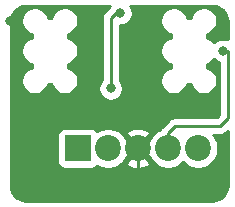
<source format=gbr>
%TF.GenerationSoftware,KiCad,Pcbnew,(5.1.10-1-10_14)*%
%TF.CreationDate,2022-04-02T19:32:47-06:00*%
%TF.ProjectId,RPiG3iMacJ20,52506947-3369-44d6-9163-4a32302e6b69,rev?*%
%TF.SameCoordinates,Original*%
%TF.FileFunction,Copper,L2,Bot*%
%TF.FilePolarity,Positive*%
%FSLAX46Y46*%
G04 Gerber Fmt 4.6, Leading zero omitted, Abs format (unit mm)*
G04 Created by KiCad (PCBNEW (5.1.10-1-10_14)) date 2022-04-02 19:32:47*
%MOMM*%
%LPD*%
G01*
G04 APERTURE LIST*
%TA.AperFunction,ComponentPad*%
%ADD10R,2.200000X2.200000*%
%TD*%
%TA.AperFunction,ComponentPad*%
%ADD11C,2.200000*%
%TD*%
%TA.AperFunction,ViaPad*%
%ADD12C,0.800000*%
%TD*%
%TA.AperFunction,Conductor*%
%ADD13C,0.250000*%
%TD*%
%TA.AperFunction,Conductor*%
%ADD14C,0.254000*%
%TD*%
%TA.AperFunction,Conductor*%
%ADD15C,0.100000*%
%TD*%
G04 APERTURE END LIST*
D10*
%TO.P,J3,1*%
%TO.N,Net-(J2-Pad3)*%
X126365000Y-95885000D03*
D11*
%TO.P,J3,2*%
%TO.N,Net-(J2-Pad5)*%
X128905000Y-95885000D03*
%TO.P,J3,3*%
%TO.N,GND*%
X131445000Y-95885000D03*
%TO.P,J3,4*%
%TO.N,Net-(D2-Pad2)*%
X133985000Y-95885000D03*
%TO.P,J3,5*%
%TO.N,Net-(D3-Pad2)*%
X136525000Y-95885000D03*
%TD*%
D12*
%TO.N,GND*%
X120650000Y-85090000D03*
X130800000Y-90805000D03*
X123380000Y-94615000D03*
X123380000Y-92710000D03*
%TO.N,Net-(D2-Pad2)*%
X138677000Y-87630000D03*
%TO.N,Net-(JP1-Pad2)*%
X129150000Y-90805000D03*
X129975000Y-84440000D03*
%TD*%
D13*
%TO.N,Net-(D2-Pad2)*%
X133985000Y-94615000D02*
X133985000Y-95885000D01*
X134620000Y-93980000D02*
X133985000Y-94615000D01*
%TO.N,GND*%
X121285000Y-98425000D02*
X130810000Y-98425000D01*
X131445000Y-97790000D02*
X131445000Y-95885000D01*
X130810000Y-98425000D02*
X131445000Y-97790000D01*
X121285000Y-85090000D02*
X120650000Y-85090000D01*
X121285000Y-98425000D02*
X123825000Y-98425000D01*
X121285000Y-85090000D02*
X121285000Y-91440000D01*
X121285000Y-91440000D02*
X123825000Y-93980000D01*
X130800000Y-92065000D02*
X130800000Y-90805000D01*
X125095000Y-92710000D02*
X130175000Y-92710000D01*
X130175000Y-92710000D02*
X130810000Y-92075000D01*
X123825000Y-93980000D02*
X125095000Y-92710000D01*
X130810000Y-92075000D02*
X130800000Y-92065000D01*
X123825000Y-94615000D02*
X123380000Y-94615000D01*
X123825000Y-98425000D02*
X123825000Y-94615000D01*
X123825000Y-94615000D02*
X123825000Y-93980000D01*
X125095000Y-92710000D02*
X123380000Y-92710000D01*
%TO.N,Net-(D2-Pad2)*%
X134620000Y-93980000D02*
X138430000Y-93980000D01*
X138430000Y-93980000D02*
X139065000Y-93345000D01*
X139065000Y-93345000D02*
X139065000Y-87630000D01*
X139065000Y-87630000D02*
X138677000Y-87630000D01*
%TO.N,Net-(JP1-Pad2)*%
X129555000Y-84440000D02*
X129975000Y-84440000D01*
X129150000Y-84845000D02*
X129555000Y-84440000D01*
X129150000Y-90805000D02*
X129150000Y-84845000D01*
%TD*%
D14*
%TO.N,GND*%
X129014999Y-83899999D02*
X128991200Y-83928998D01*
X128638998Y-84281201D01*
X128610000Y-84304999D01*
X128586202Y-84333997D01*
X128586201Y-84333998D01*
X128515026Y-84420724D01*
X128444454Y-84552754D01*
X128423737Y-84621052D01*
X128400998Y-84696014D01*
X128393466Y-84772483D01*
X128386324Y-84845000D01*
X128390001Y-84882332D01*
X128390000Y-90101289D01*
X128346063Y-90145226D01*
X128232795Y-90314744D01*
X128154774Y-90503102D01*
X128115000Y-90703061D01*
X128115000Y-90906939D01*
X128154774Y-91106898D01*
X128232795Y-91295256D01*
X128346063Y-91464774D01*
X128490226Y-91608937D01*
X128659744Y-91722205D01*
X128848102Y-91800226D01*
X129048061Y-91840000D01*
X129251939Y-91840000D01*
X129451898Y-91800226D01*
X129640256Y-91722205D01*
X129809774Y-91608937D01*
X129953937Y-91464774D01*
X130067205Y-91295256D01*
X130145226Y-91106898D01*
X130185000Y-90906939D01*
X130185000Y-90703061D01*
X130145226Y-90503102D01*
X130067205Y-90314744D01*
X129953937Y-90145226D01*
X129910000Y-90101289D01*
X129910000Y-85475000D01*
X130076939Y-85475000D01*
X130276898Y-85435226D01*
X130465256Y-85357205D01*
X130634774Y-85243937D01*
X130778937Y-85099774D01*
X130892205Y-84930256D01*
X130970226Y-84741898D01*
X131010000Y-84541939D01*
X131010000Y-84338061D01*
X130970226Y-84138102D01*
X130892205Y-83949744D01*
X130822217Y-83845000D01*
X137762723Y-83845000D01*
X138036204Y-83871815D01*
X138268226Y-83941867D01*
X138482222Y-84055650D01*
X138670041Y-84208832D01*
X138824530Y-84395577D01*
X138939801Y-84608769D01*
X139011472Y-84840300D01*
X139040000Y-85111725D01*
X139040000Y-86660084D01*
X138978898Y-86634774D01*
X138778939Y-86595000D01*
X138575061Y-86595000D01*
X138375102Y-86634774D01*
X138186744Y-86712795D01*
X138017226Y-86826063D01*
X137933110Y-86910179D01*
X137926379Y-86900105D01*
X137766895Y-86740621D01*
X137579361Y-86615314D01*
X137370984Y-86529002D01*
X137301216Y-86515124D01*
X137302000Y-86511184D01*
X137302000Y-86208816D01*
X137301216Y-86204876D01*
X137370984Y-86190998D01*
X137579361Y-86104686D01*
X137766895Y-85979379D01*
X137926379Y-85819895D01*
X138051686Y-85632361D01*
X138137998Y-85423984D01*
X138182000Y-85202773D01*
X138182000Y-84977227D01*
X138137998Y-84756016D01*
X138051686Y-84547639D01*
X137926379Y-84360105D01*
X137766895Y-84200621D01*
X137579361Y-84075314D01*
X137370984Y-83989002D01*
X137149773Y-83945000D01*
X136924227Y-83945000D01*
X136703016Y-83989002D01*
X136494639Y-84075314D01*
X136307105Y-84200621D01*
X136147621Y-84360105D01*
X136022314Y-84547639D01*
X135936002Y-84756016D01*
X135922124Y-84825784D01*
X135918184Y-84825000D01*
X135615816Y-84825000D01*
X135611876Y-84825784D01*
X135597998Y-84756016D01*
X135511686Y-84547639D01*
X135386379Y-84360105D01*
X135226895Y-84200621D01*
X135039361Y-84075314D01*
X134830984Y-83989002D01*
X134609773Y-83945000D01*
X134384227Y-83945000D01*
X134163016Y-83989002D01*
X133954639Y-84075314D01*
X133767105Y-84200621D01*
X133607621Y-84360105D01*
X133482314Y-84547639D01*
X133396002Y-84756016D01*
X133352000Y-84977227D01*
X133352000Y-85202773D01*
X133396002Y-85423984D01*
X133482314Y-85632361D01*
X133607621Y-85819895D01*
X133767105Y-85979379D01*
X133954639Y-86104686D01*
X134163016Y-86190998D01*
X134232784Y-86204876D01*
X134232000Y-86208816D01*
X134232000Y-86511184D01*
X134232784Y-86515124D01*
X134163016Y-86529002D01*
X133954639Y-86615314D01*
X133767105Y-86740621D01*
X133607621Y-86900105D01*
X133482314Y-87087639D01*
X133396002Y-87296016D01*
X133352000Y-87517227D01*
X133352000Y-87742773D01*
X133396002Y-87963984D01*
X133482314Y-88172361D01*
X133607621Y-88359895D01*
X133767105Y-88519379D01*
X133954639Y-88644686D01*
X134163016Y-88730998D01*
X134232784Y-88744876D01*
X134232000Y-88748816D01*
X134232000Y-89051184D01*
X134232784Y-89055124D01*
X134163016Y-89069002D01*
X133954639Y-89155314D01*
X133767105Y-89280621D01*
X133607621Y-89440105D01*
X133482314Y-89627639D01*
X133396002Y-89836016D01*
X133352000Y-90057227D01*
X133352000Y-90282773D01*
X133396002Y-90503984D01*
X133482314Y-90712361D01*
X133607621Y-90899895D01*
X133767105Y-91059379D01*
X133954639Y-91184686D01*
X134163016Y-91270998D01*
X134384227Y-91315000D01*
X134609773Y-91315000D01*
X134830984Y-91270998D01*
X135039361Y-91184686D01*
X135226895Y-91059379D01*
X135386379Y-90899895D01*
X135511686Y-90712361D01*
X135597998Y-90503984D01*
X135611876Y-90434216D01*
X135615816Y-90435000D01*
X135918184Y-90435000D01*
X135922124Y-90434216D01*
X135936002Y-90503984D01*
X136022314Y-90712361D01*
X136147621Y-90899895D01*
X136307105Y-91059379D01*
X136494639Y-91184686D01*
X136703016Y-91270998D01*
X136924227Y-91315000D01*
X137149773Y-91315000D01*
X137370984Y-91270998D01*
X137579361Y-91184686D01*
X137766895Y-91059379D01*
X137926379Y-90899895D01*
X138051686Y-90712361D01*
X138137998Y-90503984D01*
X138182000Y-90282773D01*
X138182000Y-90057227D01*
X138137998Y-89836016D01*
X138051686Y-89627639D01*
X137926379Y-89440105D01*
X137766895Y-89280621D01*
X137579361Y-89155314D01*
X137370984Y-89069002D01*
X137301216Y-89055124D01*
X137302000Y-89051184D01*
X137302000Y-88748816D01*
X137301216Y-88744876D01*
X137370984Y-88730998D01*
X137579361Y-88644686D01*
X137766895Y-88519379D01*
X137926379Y-88359895D01*
X137933110Y-88349821D01*
X138017226Y-88433937D01*
X138186744Y-88547205D01*
X138305001Y-88596189D01*
X138305000Y-93030198D01*
X138115199Y-93220000D01*
X134657333Y-93220000D01*
X134620000Y-93216323D01*
X134582667Y-93220000D01*
X134471014Y-93230997D01*
X134327753Y-93274454D01*
X134195724Y-93345026D01*
X134079999Y-93439999D01*
X134056200Y-93468998D01*
X133474002Y-94051197D01*
X133444999Y-94074999D01*
X133389871Y-94142174D01*
X133350026Y-94190724D01*
X133336155Y-94216675D01*
X133295558Y-94292626D01*
X133163169Y-94347463D01*
X132879002Y-94537337D01*
X132637337Y-94779002D01*
X132449531Y-95060074D01*
X131624605Y-95885000D01*
X132449531Y-96709926D01*
X132637337Y-96990998D01*
X132879002Y-97232663D01*
X133163169Y-97422537D01*
X133478919Y-97553325D01*
X133814117Y-97620000D01*
X134155883Y-97620000D01*
X134491081Y-97553325D01*
X134806831Y-97422537D01*
X135090998Y-97232663D01*
X135255000Y-97068661D01*
X135419002Y-97232663D01*
X135703169Y-97422537D01*
X136018919Y-97553325D01*
X136354117Y-97620000D01*
X136695883Y-97620000D01*
X137031081Y-97553325D01*
X137346831Y-97422537D01*
X137630998Y-97232663D01*
X137872663Y-96990998D01*
X138062537Y-96706831D01*
X138193325Y-96391081D01*
X138260000Y-96055883D01*
X138260000Y-95714117D01*
X138193325Y-95378919D01*
X138062537Y-95063169D01*
X137872663Y-94779002D01*
X137833661Y-94740000D01*
X138392678Y-94740000D01*
X138430000Y-94743676D01*
X138467322Y-94740000D01*
X138467333Y-94740000D01*
X138578986Y-94729003D01*
X138722247Y-94685546D01*
X138854276Y-94614974D01*
X138970001Y-94520001D01*
X138993803Y-94490998D01*
X139040001Y-94444800D01*
X139040001Y-99027712D01*
X139013185Y-99301205D01*
X138943133Y-99533226D01*
X138829350Y-99747222D01*
X138676169Y-99935039D01*
X138489424Y-100089529D01*
X138276231Y-100204802D01*
X138044701Y-100276472D01*
X137773276Y-100305000D01*
X121952277Y-100305000D01*
X121678795Y-100278185D01*
X121446774Y-100208133D01*
X121232778Y-100094350D01*
X121044961Y-99941169D01*
X120890471Y-99754424D01*
X120775198Y-99541231D01*
X120703528Y-99309701D01*
X120675000Y-99038276D01*
X120675000Y-94785000D01*
X124626928Y-94785000D01*
X124626928Y-96985000D01*
X124639188Y-97109482D01*
X124675498Y-97229180D01*
X124734463Y-97339494D01*
X124813815Y-97436185D01*
X124910506Y-97515537D01*
X125020820Y-97574502D01*
X125140518Y-97610812D01*
X125265000Y-97623072D01*
X127465000Y-97623072D01*
X127589482Y-97610812D01*
X127709180Y-97574502D01*
X127819494Y-97515537D01*
X127916185Y-97436185D01*
X127982557Y-97355310D01*
X128083169Y-97422537D01*
X128398919Y-97553325D01*
X128734117Y-97620000D01*
X129075883Y-97620000D01*
X129411081Y-97553325D01*
X129726831Y-97422537D01*
X130010998Y-97232663D01*
X130151949Y-97091712D01*
X130417893Y-97091712D01*
X130525726Y-97366338D01*
X130832384Y-97517216D01*
X131162585Y-97605369D01*
X131503639Y-97627409D01*
X131842439Y-97582489D01*
X132165966Y-97472336D01*
X132364274Y-97366338D01*
X132472107Y-97091712D01*
X131445000Y-96064605D01*
X130417893Y-97091712D01*
X130151949Y-97091712D01*
X130252663Y-96990998D01*
X130440469Y-96709926D01*
X131265395Y-95885000D01*
X130440469Y-95060074D01*
X130252663Y-94779002D01*
X130151949Y-94678288D01*
X130417893Y-94678288D01*
X131445000Y-95705395D01*
X132472107Y-94678288D01*
X132364274Y-94403662D01*
X132057616Y-94252784D01*
X131727415Y-94164631D01*
X131386361Y-94142591D01*
X131047561Y-94187511D01*
X130724034Y-94297664D01*
X130525726Y-94403662D01*
X130417893Y-94678288D01*
X130151949Y-94678288D01*
X130010998Y-94537337D01*
X129726831Y-94347463D01*
X129411081Y-94216675D01*
X129075883Y-94150000D01*
X128734117Y-94150000D01*
X128398919Y-94216675D01*
X128083169Y-94347463D01*
X127982557Y-94414690D01*
X127916185Y-94333815D01*
X127819494Y-94254463D01*
X127709180Y-94195498D01*
X127589482Y-94159188D01*
X127465000Y-94146928D01*
X125265000Y-94146928D01*
X125140518Y-94159188D01*
X125020820Y-94195498D01*
X124910506Y-94254463D01*
X124813815Y-94333815D01*
X124734463Y-94430506D01*
X124675498Y-94540820D01*
X124639188Y-94660518D01*
X124626928Y-94785000D01*
X120675000Y-94785000D01*
X120675000Y-85122277D01*
X120689222Y-84977227D01*
X121565000Y-84977227D01*
X121565000Y-85202773D01*
X121609002Y-85423984D01*
X121695314Y-85632361D01*
X121820621Y-85819895D01*
X121980105Y-85979379D01*
X122167639Y-86104686D01*
X122376016Y-86190998D01*
X122445784Y-86204876D01*
X122445000Y-86208816D01*
X122445000Y-86511184D01*
X122445784Y-86515124D01*
X122376016Y-86529002D01*
X122167639Y-86615314D01*
X121980105Y-86740621D01*
X121820621Y-86900105D01*
X121695314Y-87087639D01*
X121609002Y-87296016D01*
X121565000Y-87517227D01*
X121565000Y-87742773D01*
X121609002Y-87963984D01*
X121695314Y-88172361D01*
X121820621Y-88359895D01*
X121980105Y-88519379D01*
X122167639Y-88644686D01*
X122376016Y-88730998D01*
X122445784Y-88744876D01*
X122445000Y-88748816D01*
X122445000Y-89051184D01*
X122445784Y-89055124D01*
X122376016Y-89069002D01*
X122167639Y-89155314D01*
X121980105Y-89280621D01*
X121820621Y-89440105D01*
X121695314Y-89627639D01*
X121609002Y-89836016D01*
X121565000Y-90057227D01*
X121565000Y-90282773D01*
X121609002Y-90503984D01*
X121695314Y-90712361D01*
X121820621Y-90899895D01*
X121980105Y-91059379D01*
X122167639Y-91184686D01*
X122376016Y-91270998D01*
X122597227Y-91315000D01*
X122822773Y-91315000D01*
X123043984Y-91270998D01*
X123252361Y-91184686D01*
X123439895Y-91059379D01*
X123599379Y-90899895D01*
X123724686Y-90712361D01*
X123810998Y-90503984D01*
X123824876Y-90434216D01*
X123828816Y-90435000D01*
X124131184Y-90435000D01*
X124135124Y-90434216D01*
X124149002Y-90503984D01*
X124235314Y-90712361D01*
X124360621Y-90899895D01*
X124520105Y-91059379D01*
X124707639Y-91184686D01*
X124916016Y-91270998D01*
X125137227Y-91315000D01*
X125362773Y-91315000D01*
X125583984Y-91270998D01*
X125792361Y-91184686D01*
X125979895Y-91059379D01*
X126139379Y-90899895D01*
X126264686Y-90712361D01*
X126350998Y-90503984D01*
X126395000Y-90282773D01*
X126395000Y-90057227D01*
X126350998Y-89836016D01*
X126264686Y-89627639D01*
X126139379Y-89440105D01*
X125979895Y-89280621D01*
X125792361Y-89155314D01*
X125583984Y-89069002D01*
X125514216Y-89055124D01*
X125515000Y-89051184D01*
X125515000Y-88748816D01*
X125514216Y-88744876D01*
X125583984Y-88730998D01*
X125792361Y-88644686D01*
X125979895Y-88519379D01*
X126139379Y-88359895D01*
X126264686Y-88172361D01*
X126350998Y-87963984D01*
X126395000Y-87742773D01*
X126395000Y-87517227D01*
X126350998Y-87296016D01*
X126264686Y-87087639D01*
X126139379Y-86900105D01*
X125979895Y-86740621D01*
X125792361Y-86615314D01*
X125583984Y-86529002D01*
X125514216Y-86515124D01*
X125515000Y-86511184D01*
X125515000Y-86208816D01*
X125514216Y-86204876D01*
X125583984Y-86190998D01*
X125792361Y-86104686D01*
X125979895Y-85979379D01*
X126139379Y-85819895D01*
X126264686Y-85632361D01*
X126350998Y-85423984D01*
X126395000Y-85202773D01*
X126395000Y-84977227D01*
X126350998Y-84756016D01*
X126264686Y-84547639D01*
X126139379Y-84360105D01*
X125979895Y-84200621D01*
X125792361Y-84075314D01*
X125583984Y-83989002D01*
X125362773Y-83945000D01*
X125137227Y-83945000D01*
X124916016Y-83989002D01*
X124707639Y-84075314D01*
X124520105Y-84200621D01*
X124360621Y-84360105D01*
X124235314Y-84547639D01*
X124149002Y-84756016D01*
X124135124Y-84825784D01*
X124131184Y-84825000D01*
X123828816Y-84825000D01*
X123824876Y-84825784D01*
X123810998Y-84756016D01*
X123724686Y-84547639D01*
X123599379Y-84360105D01*
X123439895Y-84200621D01*
X123252361Y-84075314D01*
X123043984Y-83989002D01*
X122822773Y-83945000D01*
X122597227Y-83945000D01*
X122376016Y-83989002D01*
X122167639Y-84075314D01*
X121980105Y-84200621D01*
X121820621Y-84360105D01*
X121695314Y-84547639D01*
X121609002Y-84756016D01*
X121565000Y-84977227D01*
X120689222Y-84977227D01*
X120701815Y-84848796D01*
X120771867Y-84616774D01*
X120885650Y-84402778D01*
X121038832Y-84214959D01*
X121225577Y-84060470D01*
X121438769Y-83945199D01*
X121670300Y-83873528D01*
X121941725Y-83845000D01*
X129082016Y-83845000D01*
X129014999Y-83899999D01*
%TA.AperFunction,Conductor*%
D15*
G36*
X129014999Y-83899999D02*
G01*
X128991200Y-83928998D01*
X128638998Y-84281201D01*
X128610000Y-84304999D01*
X128586202Y-84333997D01*
X128586201Y-84333998D01*
X128515026Y-84420724D01*
X128444454Y-84552754D01*
X128423737Y-84621052D01*
X128400998Y-84696014D01*
X128393466Y-84772483D01*
X128386324Y-84845000D01*
X128390001Y-84882332D01*
X128390000Y-90101289D01*
X128346063Y-90145226D01*
X128232795Y-90314744D01*
X128154774Y-90503102D01*
X128115000Y-90703061D01*
X128115000Y-90906939D01*
X128154774Y-91106898D01*
X128232795Y-91295256D01*
X128346063Y-91464774D01*
X128490226Y-91608937D01*
X128659744Y-91722205D01*
X128848102Y-91800226D01*
X129048061Y-91840000D01*
X129251939Y-91840000D01*
X129451898Y-91800226D01*
X129640256Y-91722205D01*
X129809774Y-91608937D01*
X129953937Y-91464774D01*
X130067205Y-91295256D01*
X130145226Y-91106898D01*
X130185000Y-90906939D01*
X130185000Y-90703061D01*
X130145226Y-90503102D01*
X130067205Y-90314744D01*
X129953937Y-90145226D01*
X129910000Y-90101289D01*
X129910000Y-85475000D01*
X130076939Y-85475000D01*
X130276898Y-85435226D01*
X130465256Y-85357205D01*
X130634774Y-85243937D01*
X130778937Y-85099774D01*
X130892205Y-84930256D01*
X130970226Y-84741898D01*
X131010000Y-84541939D01*
X131010000Y-84338061D01*
X130970226Y-84138102D01*
X130892205Y-83949744D01*
X130822217Y-83845000D01*
X137762723Y-83845000D01*
X138036204Y-83871815D01*
X138268226Y-83941867D01*
X138482222Y-84055650D01*
X138670041Y-84208832D01*
X138824530Y-84395577D01*
X138939801Y-84608769D01*
X139011472Y-84840300D01*
X139040000Y-85111725D01*
X139040000Y-86660084D01*
X138978898Y-86634774D01*
X138778939Y-86595000D01*
X138575061Y-86595000D01*
X138375102Y-86634774D01*
X138186744Y-86712795D01*
X138017226Y-86826063D01*
X137933110Y-86910179D01*
X137926379Y-86900105D01*
X137766895Y-86740621D01*
X137579361Y-86615314D01*
X137370984Y-86529002D01*
X137301216Y-86515124D01*
X137302000Y-86511184D01*
X137302000Y-86208816D01*
X137301216Y-86204876D01*
X137370984Y-86190998D01*
X137579361Y-86104686D01*
X137766895Y-85979379D01*
X137926379Y-85819895D01*
X138051686Y-85632361D01*
X138137998Y-85423984D01*
X138182000Y-85202773D01*
X138182000Y-84977227D01*
X138137998Y-84756016D01*
X138051686Y-84547639D01*
X137926379Y-84360105D01*
X137766895Y-84200621D01*
X137579361Y-84075314D01*
X137370984Y-83989002D01*
X137149773Y-83945000D01*
X136924227Y-83945000D01*
X136703016Y-83989002D01*
X136494639Y-84075314D01*
X136307105Y-84200621D01*
X136147621Y-84360105D01*
X136022314Y-84547639D01*
X135936002Y-84756016D01*
X135922124Y-84825784D01*
X135918184Y-84825000D01*
X135615816Y-84825000D01*
X135611876Y-84825784D01*
X135597998Y-84756016D01*
X135511686Y-84547639D01*
X135386379Y-84360105D01*
X135226895Y-84200621D01*
X135039361Y-84075314D01*
X134830984Y-83989002D01*
X134609773Y-83945000D01*
X134384227Y-83945000D01*
X134163016Y-83989002D01*
X133954639Y-84075314D01*
X133767105Y-84200621D01*
X133607621Y-84360105D01*
X133482314Y-84547639D01*
X133396002Y-84756016D01*
X133352000Y-84977227D01*
X133352000Y-85202773D01*
X133396002Y-85423984D01*
X133482314Y-85632361D01*
X133607621Y-85819895D01*
X133767105Y-85979379D01*
X133954639Y-86104686D01*
X134163016Y-86190998D01*
X134232784Y-86204876D01*
X134232000Y-86208816D01*
X134232000Y-86511184D01*
X134232784Y-86515124D01*
X134163016Y-86529002D01*
X133954639Y-86615314D01*
X133767105Y-86740621D01*
X133607621Y-86900105D01*
X133482314Y-87087639D01*
X133396002Y-87296016D01*
X133352000Y-87517227D01*
X133352000Y-87742773D01*
X133396002Y-87963984D01*
X133482314Y-88172361D01*
X133607621Y-88359895D01*
X133767105Y-88519379D01*
X133954639Y-88644686D01*
X134163016Y-88730998D01*
X134232784Y-88744876D01*
X134232000Y-88748816D01*
X134232000Y-89051184D01*
X134232784Y-89055124D01*
X134163016Y-89069002D01*
X133954639Y-89155314D01*
X133767105Y-89280621D01*
X133607621Y-89440105D01*
X133482314Y-89627639D01*
X133396002Y-89836016D01*
X133352000Y-90057227D01*
X133352000Y-90282773D01*
X133396002Y-90503984D01*
X133482314Y-90712361D01*
X133607621Y-90899895D01*
X133767105Y-91059379D01*
X133954639Y-91184686D01*
X134163016Y-91270998D01*
X134384227Y-91315000D01*
X134609773Y-91315000D01*
X134830984Y-91270998D01*
X135039361Y-91184686D01*
X135226895Y-91059379D01*
X135386379Y-90899895D01*
X135511686Y-90712361D01*
X135597998Y-90503984D01*
X135611876Y-90434216D01*
X135615816Y-90435000D01*
X135918184Y-90435000D01*
X135922124Y-90434216D01*
X135936002Y-90503984D01*
X136022314Y-90712361D01*
X136147621Y-90899895D01*
X136307105Y-91059379D01*
X136494639Y-91184686D01*
X136703016Y-91270998D01*
X136924227Y-91315000D01*
X137149773Y-91315000D01*
X137370984Y-91270998D01*
X137579361Y-91184686D01*
X137766895Y-91059379D01*
X137926379Y-90899895D01*
X138051686Y-90712361D01*
X138137998Y-90503984D01*
X138182000Y-90282773D01*
X138182000Y-90057227D01*
X138137998Y-89836016D01*
X138051686Y-89627639D01*
X137926379Y-89440105D01*
X137766895Y-89280621D01*
X137579361Y-89155314D01*
X137370984Y-89069002D01*
X137301216Y-89055124D01*
X137302000Y-89051184D01*
X137302000Y-88748816D01*
X137301216Y-88744876D01*
X137370984Y-88730998D01*
X137579361Y-88644686D01*
X137766895Y-88519379D01*
X137926379Y-88359895D01*
X137933110Y-88349821D01*
X138017226Y-88433937D01*
X138186744Y-88547205D01*
X138305001Y-88596189D01*
X138305000Y-93030198D01*
X138115199Y-93220000D01*
X134657333Y-93220000D01*
X134620000Y-93216323D01*
X134582667Y-93220000D01*
X134471014Y-93230997D01*
X134327753Y-93274454D01*
X134195724Y-93345026D01*
X134079999Y-93439999D01*
X134056200Y-93468998D01*
X133474002Y-94051197D01*
X133444999Y-94074999D01*
X133389871Y-94142174D01*
X133350026Y-94190724D01*
X133336155Y-94216675D01*
X133295558Y-94292626D01*
X133163169Y-94347463D01*
X132879002Y-94537337D01*
X132637337Y-94779002D01*
X132449531Y-95060074D01*
X131624605Y-95885000D01*
X132449531Y-96709926D01*
X132637337Y-96990998D01*
X132879002Y-97232663D01*
X133163169Y-97422537D01*
X133478919Y-97553325D01*
X133814117Y-97620000D01*
X134155883Y-97620000D01*
X134491081Y-97553325D01*
X134806831Y-97422537D01*
X135090998Y-97232663D01*
X135255000Y-97068661D01*
X135419002Y-97232663D01*
X135703169Y-97422537D01*
X136018919Y-97553325D01*
X136354117Y-97620000D01*
X136695883Y-97620000D01*
X137031081Y-97553325D01*
X137346831Y-97422537D01*
X137630998Y-97232663D01*
X137872663Y-96990998D01*
X138062537Y-96706831D01*
X138193325Y-96391081D01*
X138260000Y-96055883D01*
X138260000Y-95714117D01*
X138193325Y-95378919D01*
X138062537Y-95063169D01*
X137872663Y-94779002D01*
X137833661Y-94740000D01*
X138392678Y-94740000D01*
X138430000Y-94743676D01*
X138467322Y-94740000D01*
X138467333Y-94740000D01*
X138578986Y-94729003D01*
X138722247Y-94685546D01*
X138854276Y-94614974D01*
X138970001Y-94520001D01*
X138993803Y-94490998D01*
X139040001Y-94444800D01*
X139040001Y-99027712D01*
X139013185Y-99301205D01*
X138943133Y-99533226D01*
X138829350Y-99747222D01*
X138676169Y-99935039D01*
X138489424Y-100089529D01*
X138276231Y-100204802D01*
X138044701Y-100276472D01*
X137773276Y-100305000D01*
X121952277Y-100305000D01*
X121678795Y-100278185D01*
X121446774Y-100208133D01*
X121232778Y-100094350D01*
X121044961Y-99941169D01*
X120890471Y-99754424D01*
X120775198Y-99541231D01*
X120703528Y-99309701D01*
X120675000Y-99038276D01*
X120675000Y-94785000D01*
X124626928Y-94785000D01*
X124626928Y-96985000D01*
X124639188Y-97109482D01*
X124675498Y-97229180D01*
X124734463Y-97339494D01*
X124813815Y-97436185D01*
X124910506Y-97515537D01*
X125020820Y-97574502D01*
X125140518Y-97610812D01*
X125265000Y-97623072D01*
X127465000Y-97623072D01*
X127589482Y-97610812D01*
X127709180Y-97574502D01*
X127819494Y-97515537D01*
X127916185Y-97436185D01*
X127982557Y-97355310D01*
X128083169Y-97422537D01*
X128398919Y-97553325D01*
X128734117Y-97620000D01*
X129075883Y-97620000D01*
X129411081Y-97553325D01*
X129726831Y-97422537D01*
X130010998Y-97232663D01*
X130151949Y-97091712D01*
X130417893Y-97091712D01*
X130525726Y-97366338D01*
X130832384Y-97517216D01*
X131162585Y-97605369D01*
X131503639Y-97627409D01*
X131842439Y-97582489D01*
X132165966Y-97472336D01*
X132364274Y-97366338D01*
X132472107Y-97091712D01*
X131445000Y-96064605D01*
X130417893Y-97091712D01*
X130151949Y-97091712D01*
X130252663Y-96990998D01*
X130440469Y-96709926D01*
X131265395Y-95885000D01*
X130440469Y-95060074D01*
X130252663Y-94779002D01*
X130151949Y-94678288D01*
X130417893Y-94678288D01*
X131445000Y-95705395D01*
X132472107Y-94678288D01*
X132364274Y-94403662D01*
X132057616Y-94252784D01*
X131727415Y-94164631D01*
X131386361Y-94142591D01*
X131047561Y-94187511D01*
X130724034Y-94297664D01*
X130525726Y-94403662D01*
X130417893Y-94678288D01*
X130151949Y-94678288D01*
X130010998Y-94537337D01*
X129726831Y-94347463D01*
X129411081Y-94216675D01*
X129075883Y-94150000D01*
X128734117Y-94150000D01*
X128398919Y-94216675D01*
X128083169Y-94347463D01*
X127982557Y-94414690D01*
X127916185Y-94333815D01*
X127819494Y-94254463D01*
X127709180Y-94195498D01*
X127589482Y-94159188D01*
X127465000Y-94146928D01*
X125265000Y-94146928D01*
X125140518Y-94159188D01*
X125020820Y-94195498D01*
X124910506Y-94254463D01*
X124813815Y-94333815D01*
X124734463Y-94430506D01*
X124675498Y-94540820D01*
X124639188Y-94660518D01*
X124626928Y-94785000D01*
X120675000Y-94785000D01*
X120675000Y-85122277D01*
X120689222Y-84977227D01*
X121565000Y-84977227D01*
X121565000Y-85202773D01*
X121609002Y-85423984D01*
X121695314Y-85632361D01*
X121820621Y-85819895D01*
X121980105Y-85979379D01*
X122167639Y-86104686D01*
X122376016Y-86190998D01*
X122445784Y-86204876D01*
X122445000Y-86208816D01*
X122445000Y-86511184D01*
X122445784Y-86515124D01*
X122376016Y-86529002D01*
X122167639Y-86615314D01*
X121980105Y-86740621D01*
X121820621Y-86900105D01*
X121695314Y-87087639D01*
X121609002Y-87296016D01*
X121565000Y-87517227D01*
X121565000Y-87742773D01*
X121609002Y-87963984D01*
X121695314Y-88172361D01*
X121820621Y-88359895D01*
X121980105Y-88519379D01*
X122167639Y-88644686D01*
X122376016Y-88730998D01*
X122445784Y-88744876D01*
X122445000Y-88748816D01*
X122445000Y-89051184D01*
X122445784Y-89055124D01*
X122376016Y-89069002D01*
X122167639Y-89155314D01*
X121980105Y-89280621D01*
X121820621Y-89440105D01*
X121695314Y-89627639D01*
X121609002Y-89836016D01*
X121565000Y-90057227D01*
X121565000Y-90282773D01*
X121609002Y-90503984D01*
X121695314Y-90712361D01*
X121820621Y-90899895D01*
X121980105Y-91059379D01*
X122167639Y-91184686D01*
X122376016Y-91270998D01*
X122597227Y-91315000D01*
X122822773Y-91315000D01*
X123043984Y-91270998D01*
X123252361Y-91184686D01*
X123439895Y-91059379D01*
X123599379Y-90899895D01*
X123724686Y-90712361D01*
X123810998Y-90503984D01*
X123824876Y-90434216D01*
X123828816Y-90435000D01*
X124131184Y-90435000D01*
X124135124Y-90434216D01*
X124149002Y-90503984D01*
X124235314Y-90712361D01*
X124360621Y-90899895D01*
X124520105Y-91059379D01*
X124707639Y-91184686D01*
X124916016Y-91270998D01*
X125137227Y-91315000D01*
X125362773Y-91315000D01*
X125583984Y-91270998D01*
X125792361Y-91184686D01*
X125979895Y-91059379D01*
X126139379Y-90899895D01*
X126264686Y-90712361D01*
X126350998Y-90503984D01*
X126395000Y-90282773D01*
X126395000Y-90057227D01*
X126350998Y-89836016D01*
X126264686Y-89627639D01*
X126139379Y-89440105D01*
X125979895Y-89280621D01*
X125792361Y-89155314D01*
X125583984Y-89069002D01*
X125514216Y-89055124D01*
X125515000Y-89051184D01*
X125515000Y-88748816D01*
X125514216Y-88744876D01*
X125583984Y-88730998D01*
X125792361Y-88644686D01*
X125979895Y-88519379D01*
X126139379Y-88359895D01*
X126264686Y-88172361D01*
X126350998Y-87963984D01*
X126395000Y-87742773D01*
X126395000Y-87517227D01*
X126350998Y-87296016D01*
X126264686Y-87087639D01*
X126139379Y-86900105D01*
X125979895Y-86740621D01*
X125792361Y-86615314D01*
X125583984Y-86529002D01*
X125514216Y-86515124D01*
X125515000Y-86511184D01*
X125515000Y-86208816D01*
X125514216Y-86204876D01*
X125583984Y-86190998D01*
X125792361Y-86104686D01*
X125979895Y-85979379D01*
X126139379Y-85819895D01*
X126264686Y-85632361D01*
X126350998Y-85423984D01*
X126395000Y-85202773D01*
X126395000Y-84977227D01*
X126350998Y-84756016D01*
X126264686Y-84547639D01*
X126139379Y-84360105D01*
X125979895Y-84200621D01*
X125792361Y-84075314D01*
X125583984Y-83989002D01*
X125362773Y-83945000D01*
X125137227Y-83945000D01*
X124916016Y-83989002D01*
X124707639Y-84075314D01*
X124520105Y-84200621D01*
X124360621Y-84360105D01*
X124235314Y-84547639D01*
X124149002Y-84756016D01*
X124135124Y-84825784D01*
X124131184Y-84825000D01*
X123828816Y-84825000D01*
X123824876Y-84825784D01*
X123810998Y-84756016D01*
X123724686Y-84547639D01*
X123599379Y-84360105D01*
X123439895Y-84200621D01*
X123252361Y-84075314D01*
X123043984Y-83989002D01*
X122822773Y-83945000D01*
X122597227Y-83945000D01*
X122376016Y-83989002D01*
X122167639Y-84075314D01*
X121980105Y-84200621D01*
X121820621Y-84360105D01*
X121695314Y-84547639D01*
X121609002Y-84756016D01*
X121565000Y-84977227D01*
X120689222Y-84977227D01*
X120701815Y-84848796D01*
X120771867Y-84616774D01*
X120885650Y-84402778D01*
X121038832Y-84214959D01*
X121225577Y-84060470D01*
X121438769Y-83945199D01*
X121670300Y-83873528D01*
X121941725Y-83845000D01*
X129082016Y-83845000D01*
X129014999Y-83899999D01*
G37*
%TD.AperFunction*%
%TD*%
M02*

</source>
